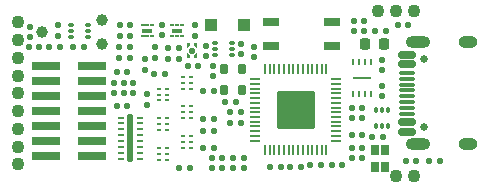
<source format=gbr>
G04 #@! TF.GenerationSoftware,KiCad,Pcbnew,(6.0.2)*
G04 #@! TF.CreationDate,2022-03-09T14:23:31+01:00*
G04 #@! TF.ProjectId,rs-probe,72732d70-726f-4626-952e-6b696361645f,rev?*
G04 #@! TF.SameCoordinates,Original*
G04 #@! TF.FileFunction,Soldermask,Top*
G04 #@! TF.FilePolarity,Negative*
%FSLAX46Y46*%
G04 Gerber Fmt 4.6, Leading zero omitted, Abs format (unit mm)*
G04 Created by KiCad (PCBNEW (6.0.2)) date 2022-03-09 14:23:31*
%MOMM*%
%LPD*%
G01*
G04 APERTURE LIST*
G04 Aperture macros list*
%AMRoundRect*
0 Rectangle with rounded corners*
0 $1 Rounding radius*
0 $2 $3 $4 $5 $6 $7 $8 $9 X,Y pos of 4 corners*
0 Add a 4 corners polygon primitive as box body*
4,1,4,$2,$3,$4,$5,$6,$7,$8,$9,$2,$3,0*
0 Add four circle primitives for the rounded corners*
1,1,$1+$1,$2,$3*
1,1,$1+$1,$4,$5*
1,1,$1+$1,$6,$7*
1,1,$1+$1,$8,$9*
0 Add four rect primitives between the rounded corners*
20,1,$1+$1,$2,$3,$4,$5,0*
20,1,$1+$1,$4,$5,$6,$7,0*
20,1,$1+$1,$6,$7,$8,$9,0*
20,1,$1+$1,$8,$9,$2,$3,0*%
%AMFreePoly0*
4,1,6,0.175000,-0.100000,-0.225000,-0.100000,-0.225000,-0.025000,-0.050000,0.150000,0.175000,0.150000,0.175000,-0.100000,0.175000,-0.100000,$1*%
%AMFreePoly1*
4,1,6,0.225000,-0.025000,0.225000,-0.100000,-0.175000,-0.100000,-0.175000,0.150000,0.050000,0.150000,0.225000,-0.025000,0.225000,-0.025000,$1*%
G04 Aperture macros list end*
%ADD10RoundRect,0.137500X-0.137500X-0.137500X0.137500X-0.137500X0.137500X0.137500X-0.137500X0.137500X0*%
%ADD11RoundRect,0.137500X-0.137500X0.137500X-0.137500X-0.137500X0.137500X-0.137500X0.137500X0.137500X0*%
%ADD12RoundRect,0.185000X-1.015000X-0.185000X1.015000X-0.185000X1.015000X0.185000X-1.015000X0.185000X0*%
%ADD13C,0.650000*%
%ADD14RoundRect,0.150000X0.575000X-0.150000X0.575000X0.150000X-0.575000X0.150000X-0.575000X-0.150000X0*%
%ADD15O,1.450000X0.300000*%
%ADD16O,2.100000X1.000000*%
%ADD17O,1.600000X1.000000*%
%ADD18RoundRect,0.125000X0.200000X0.000000X-0.200000X0.000000X-0.200000X0.000000X0.200000X0.000000X0*%
%ADD19RoundRect,0.125000X0.125000X1.925000X-0.125000X1.925000X-0.125000X-1.925000X0.125000X-1.925000X0*%
%ADD20RoundRect,0.137500X0.137500X-0.137500X0.137500X0.137500X-0.137500X0.137500X-0.137500X-0.137500X0*%
%ADD21RoundRect,0.050000X-0.050000X0.387500X-0.050000X-0.387500X0.050000X-0.387500X0.050000X0.387500X0*%
%ADD22RoundRect,0.050000X-0.387500X0.050000X-0.387500X-0.050000X0.387500X-0.050000X0.387500X0.050000X0*%
%ADD23RoundRect,0.144000X-1.456000X1.456000X-1.456000X-1.456000X1.456000X-1.456000X1.456000X1.456000X0*%
%ADD24R,0.330000X0.270000*%
%ADD25RoundRect,0.137500X0.137500X0.137500X-0.137500X0.137500X-0.137500X-0.137500X0.137500X-0.137500X0*%
%ADD26R,1.100000X1.100000*%
%ADD27FreePoly0,270.000000*%
%ADD28FreePoly1,90.000000*%
%ADD29FreePoly0,90.000000*%
%ADD30FreePoly1,270.000000*%
%ADD31RoundRect,0.120000X0.000000X-0.169706X0.169706X0.000000X0.000000X0.169706X-0.169706X0.000000X0*%
%ADD32RoundRect,0.075000X-0.150000X-0.075000X0.150000X-0.075000X0.150000X0.075000X-0.150000X0.075000X0*%
%ADD33RoundRect,0.062500X0.087500X-0.062500X0.087500X0.062500X-0.087500X0.062500X-0.087500X-0.062500X0*%
%ADD34R,0.940000X0.300000*%
%ADD35R,0.650000X0.850000*%
%ADD36O,0.250000X0.600000*%
%ADD37R,1.600000X0.200000*%
%ADD38RoundRect,0.075000X0.075000X-0.150000X0.075000X0.150000X-0.075000X0.150000X-0.075000X-0.150000X0*%
%ADD39RoundRect,0.218750X0.218750X0.256250X-0.218750X0.256250X-0.218750X-0.256250X0.218750X-0.256250X0*%
%ADD40RoundRect,0.175000X-0.175000X0.275000X-0.175000X-0.275000X0.175000X-0.275000X0.175000X0.275000X0*%
%ADD41R,1.450000X0.700000*%
%ADD42C,1.100000*%
%ADD43C,0.990600*%
G04 APERTURE END LIST*
D10*
X179650000Y-80700000D03*
X178750000Y-80700000D03*
X181550000Y-80250000D03*
X180650000Y-80250000D03*
D11*
X176900000Y-80750000D03*
X176900000Y-79850000D03*
X177800000Y-80750000D03*
X177800000Y-79850000D03*
D12*
X150850000Y-83690000D03*
X154750000Y-83690000D03*
X150850000Y-84960000D03*
X154750000Y-84960000D03*
X150850000Y-86230000D03*
X154750000Y-86230000D03*
X150850000Y-87500000D03*
X154750000Y-87500000D03*
X150850000Y-88770000D03*
X154750000Y-88770000D03*
X150850000Y-90040000D03*
X154750000Y-90040000D03*
X150850000Y-91310000D03*
X154750000Y-91310000D03*
D13*
X182900000Y-83110000D03*
X182900000Y-88890000D03*
D14*
X181455000Y-89250000D03*
X181455000Y-88450000D03*
D15*
X181455000Y-87250000D03*
X181455000Y-86250000D03*
X181455000Y-85750000D03*
X181455000Y-84750000D03*
D14*
X181455000Y-83550000D03*
X181455000Y-82750000D03*
X181455000Y-82750000D03*
X181455000Y-83550000D03*
D15*
X181455000Y-84250000D03*
X181455000Y-85250000D03*
X181455000Y-86750000D03*
X181455000Y-87750000D03*
D14*
X181455000Y-88450000D03*
X181455000Y-89250000D03*
D16*
X182370000Y-90320000D03*
X182370000Y-81680000D03*
D17*
X186550000Y-90320000D03*
X186550000Y-81680000D03*
D18*
X158825000Y-91550000D03*
X158825000Y-91050000D03*
X158825000Y-90550000D03*
X158825000Y-90050000D03*
X158825000Y-89550000D03*
X158825000Y-89050000D03*
X158825000Y-88550000D03*
X158825000Y-88050000D03*
X157175000Y-88050000D03*
X157175000Y-88550000D03*
X157175000Y-89050000D03*
X157175000Y-89550000D03*
X157175000Y-90050000D03*
X157175000Y-90550000D03*
X157175000Y-91050000D03*
X157175000Y-91550000D03*
D19*
X158000000Y-89800000D03*
D10*
X156575000Y-85100000D03*
X157475000Y-85100000D03*
D20*
X179300000Y-84050000D03*
X179300000Y-83150000D03*
D21*
X174600000Y-83962500D03*
X174200000Y-83962500D03*
X173800000Y-83962500D03*
X173400000Y-83962500D03*
X173000000Y-83962500D03*
X172600000Y-83962500D03*
X172200000Y-83962500D03*
X171800000Y-83962500D03*
X171400000Y-83962500D03*
X171000000Y-83962500D03*
X170600000Y-83962500D03*
X170200000Y-83962500D03*
X169800000Y-83962500D03*
X169400000Y-83962500D03*
D22*
X168562500Y-84800000D03*
X168562500Y-85200000D03*
X168562500Y-85600000D03*
X168562500Y-86000000D03*
X168562500Y-86400000D03*
X168562500Y-86800000D03*
X168562500Y-87200000D03*
X168562500Y-87600000D03*
X168562500Y-88000000D03*
X168562500Y-88400000D03*
X168562500Y-88800000D03*
X168562500Y-89200000D03*
X168562500Y-89600000D03*
X168562500Y-90000000D03*
D21*
X169400000Y-90837500D03*
X169800000Y-90837500D03*
X170200000Y-90837500D03*
X170600000Y-90837500D03*
X171000000Y-90837500D03*
X171400000Y-90837500D03*
X171800000Y-90837500D03*
X172200000Y-90837500D03*
X172600000Y-90837500D03*
X173000000Y-90837500D03*
X173400000Y-90837500D03*
X173800000Y-90837500D03*
X174200000Y-90837500D03*
X174600000Y-90837500D03*
D22*
X175437500Y-90000000D03*
X175437500Y-89600000D03*
X175437500Y-89200000D03*
X175437500Y-88800000D03*
X175437500Y-88400000D03*
X175437500Y-88000000D03*
X175437500Y-87600000D03*
X175437500Y-87200000D03*
X175437500Y-86800000D03*
X175437500Y-86400000D03*
X175437500Y-86000000D03*
X175437500Y-85600000D03*
X175437500Y-85200000D03*
X175437500Y-84800000D03*
D23*
X172000000Y-87400000D03*
D11*
X165000000Y-83650000D03*
X165000000Y-84550000D03*
D24*
X161140000Y-86600000D03*
X161140000Y-86100000D03*
X161140000Y-85600000D03*
X160460000Y-85600000D03*
X160460000Y-86100000D03*
X160460000Y-86600000D03*
D25*
X172450000Y-92200000D03*
X171550000Y-92200000D03*
D26*
X164800000Y-80200000D03*
X167600000Y-80200000D03*
D10*
X162850000Y-83650000D03*
X163750000Y-83650000D03*
D20*
X168500000Y-82950000D03*
X168500000Y-82050000D03*
D10*
X164150000Y-85800000D03*
X165050000Y-85800000D03*
D20*
X164900000Y-92350000D03*
X164900000Y-91450000D03*
D25*
X157475000Y-86000000D03*
X156575000Y-86000000D03*
D10*
X164150000Y-89200000D03*
X165050000Y-89200000D03*
D25*
X162100000Y-82200000D03*
X161200000Y-82200000D03*
X166950000Y-86700000D03*
X166050000Y-86700000D03*
D27*
X162850000Y-82875000D03*
D28*
X163550000Y-82875000D03*
D29*
X163550000Y-81925000D03*
D30*
X162850000Y-81925000D03*
D31*
X163200000Y-82400000D03*
D32*
X153000000Y-80200000D03*
X153000000Y-80700000D03*
X153000000Y-81200000D03*
X154400000Y-81200000D03*
X154400000Y-80700000D03*
X154400000Y-80200000D03*
D24*
X161140000Y-89100000D03*
X161140000Y-88600000D03*
X161140000Y-88100000D03*
X160460000Y-88100000D03*
X160460000Y-88600000D03*
X160460000Y-89100000D03*
D25*
X170750000Y-92200000D03*
X169850000Y-92200000D03*
D10*
X157050000Y-82100000D03*
X157950000Y-82100000D03*
D20*
X164400000Y-82850000D03*
X164400000Y-81950000D03*
D11*
X158000000Y-80250000D03*
X158000000Y-81150000D03*
X163500000Y-80250000D03*
X163500000Y-81150000D03*
X167400000Y-81800000D03*
X167400000Y-82700000D03*
D10*
X162150000Y-92300000D03*
X163050000Y-92300000D03*
X178450000Y-89700000D03*
X179350000Y-89700000D03*
D33*
X161565000Y-81175000D03*
X161965000Y-81175000D03*
X162365000Y-81175000D03*
X162365000Y-80225000D03*
X161965000Y-80225000D03*
X161565000Y-80225000D03*
D34*
X161965000Y-80700000D03*
D11*
X160700000Y-80200000D03*
X160700000Y-81100000D03*
D20*
X159200000Y-84000000D03*
X159200000Y-83100000D03*
D25*
X183300000Y-91750000D03*
X184200000Y-91750000D03*
D20*
X160050000Y-83000000D03*
X160050000Y-82100000D03*
D24*
X163140000Y-88100000D03*
X163140000Y-87600000D03*
X163140000Y-87100000D03*
X162460000Y-87100000D03*
X162460000Y-87600000D03*
X162460000Y-88100000D03*
D35*
X179525000Y-92225000D03*
X178675000Y-92225000D03*
X178675000Y-90775000D03*
X179525000Y-90775000D03*
D10*
X176750000Y-89500000D03*
X177650000Y-89500000D03*
X157050000Y-83000000D03*
X157950000Y-83000000D03*
D36*
X178350000Y-83350000D03*
X177850000Y-83350000D03*
X177350000Y-83350000D03*
X176850000Y-83350000D03*
X176850000Y-86050000D03*
X177350000Y-86050000D03*
X177850000Y-86050000D03*
X178350000Y-86050000D03*
D37*
X177600000Y-84700000D03*
D11*
X157100000Y-80250000D03*
X157100000Y-81150000D03*
D20*
X159400000Y-86950000D03*
X159400000Y-86050000D03*
D38*
X178800000Y-88800000D03*
X179300000Y-88800000D03*
X179800000Y-88800000D03*
X179800000Y-87400000D03*
X179300000Y-87400000D03*
X178800000Y-87400000D03*
D25*
X152050000Y-82100000D03*
X151150000Y-82100000D03*
D10*
X164150000Y-90600000D03*
X165050000Y-90600000D03*
D11*
X149500000Y-80350000D03*
X149500000Y-81250000D03*
D33*
X159050000Y-81175000D03*
X159450000Y-81175000D03*
X159850000Y-81175000D03*
X159850000Y-80225000D03*
X159450000Y-80225000D03*
X159050000Y-80225000D03*
D34*
X159450000Y-80700000D03*
D24*
X161140000Y-91600000D03*
X161140000Y-91100000D03*
X161140000Y-90600000D03*
X160460000Y-90600000D03*
X160460000Y-91100000D03*
X160460000Y-91600000D03*
D25*
X174150000Y-92100000D03*
X173250000Y-92100000D03*
X177650000Y-91500000D03*
X176750000Y-91500000D03*
D24*
X163140000Y-85600000D03*
X163140000Y-85100000D03*
X163140000Y-84600000D03*
X162460000Y-84600000D03*
X162460000Y-85100000D03*
X162460000Y-85600000D03*
D20*
X167600000Y-92350000D03*
X167600000Y-91450000D03*
D25*
X167350000Y-88500000D03*
X166450000Y-88500000D03*
X162100000Y-83050000D03*
X161200000Y-83050000D03*
D10*
X176750000Y-87200000D03*
X177650000Y-87200000D03*
D25*
X157750000Y-87100000D03*
X156850000Y-87100000D03*
D10*
X164150000Y-88200000D03*
X165050000Y-88200000D03*
X176750000Y-90600000D03*
X177650000Y-90600000D03*
D20*
X179300000Y-86250000D03*
X179300000Y-85350000D03*
D25*
X160900000Y-84350000D03*
X160000000Y-84350000D03*
D10*
X156850000Y-84200000D03*
X157750000Y-84200000D03*
X153150000Y-82100000D03*
X154050000Y-82100000D03*
D20*
X165800000Y-92350000D03*
X165800000Y-91450000D03*
D39*
X179437500Y-81850000D03*
X177862500Y-81850000D03*
D25*
X175950000Y-92100000D03*
X175050000Y-92100000D03*
D24*
X163140000Y-90600000D03*
X163140000Y-90100000D03*
X163140000Y-89600000D03*
X162460000Y-89600000D03*
X162460000Y-90100000D03*
X162460000Y-90600000D03*
D11*
X151900000Y-80250000D03*
X151900000Y-81150000D03*
D25*
X167350000Y-87600000D03*
X166450000Y-87600000D03*
D40*
X165950000Y-83900000D03*
X165950000Y-85700000D03*
X167450000Y-85675000D03*
X167450000Y-83925000D03*
D25*
X182200000Y-91750000D03*
X181300000Y-91750000D03*
D41*
X175080000Y-80000000D03*
X169920000Y-80000000D03*
X169920000Y-82000000D03*
X175080000Y-82000000D03*
D20*
X166700000Y-92350000D03*
X166700000Y-91450000D03*
D11*
X158250000Y-85100000D03*
X158250000Y-86000000D03*
D10*
X176750000Y-88100000D03*
X177650000Y-88100000D03*
D32*
X165200000Y-81750000D03*
X165200000Y-82250000D03*
X165200000Y-82750000D03*
X166600000Y-82750000D03*
X166600000Y-82250000D03*
X166600000Y-81750000D03*
D25*
X150300000Y-82100000D03*
X149400000Y-82100000D03*
D42*
X148500000Y-80000000D03*
X148500000Y-81500000D03*
X148500000Y-83000000D03*
X148500000Y-84500000D03*
X148500000Y-86000000D03*
X148500000Y-87500000D03*
X148500000Y-89000000D03*
X148500000Y-90500000D03*
X148500000Y-92000000D03*
X179000000Y-79000000D03*
X180500000Y-79000000D03*
X182000000Y-79000000D03*
X182000000Y-93000000D03*
X180500000Y-93000000D03*
D43*
X155640000Y-79784000D03*
X155640000Y-81816000D03*
X150560000Y-80800000D03*
M02*

</source>
